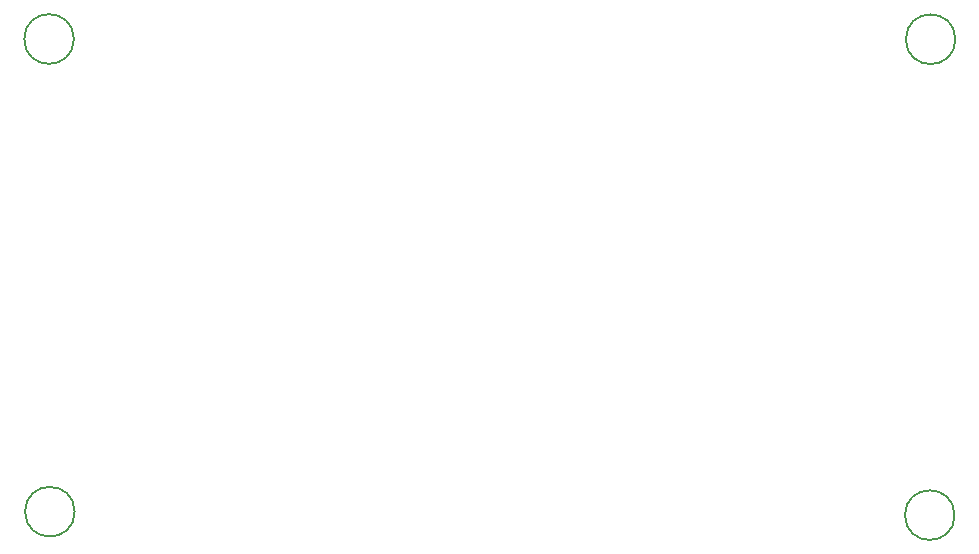
<source format=gbr>
%TF.GenerationSoftware,KiCad,Pcbnew,9.0.0*%
%TF.CreationDate,2025-03-31T14:23:32+05:30*%
%TF.ProjectId,Buck,4275636b-2e6b-4696-9361-645f70636258,rev?*%
%TF.SameCoordinates,Original*%
%TF.FileFunction,Other,Comment*%
%FSLAX46Y46*%
G04 Gerber Fmt 4.6, Leading zero omitted, Abs format (unit mm)*
G04 Created by KiCad (PCBNEW 9.0.0) date 2025-03-31 14:23:32*
%MOMM*%
%LPD*%
G01*
G04 APERTURE LIST*
%ADD10C,0.150000*%
G04 APERTURE END LIST*
D10*
%TO.C,H2*%
X200600000Y-102880000D02*
G75*
G02*
X196400000Y-102880000I-2100000J0D01*
G01*
X196400000Y-102880000D02*
G75*
G02*
X200600000Y-102880000I2100000J0D01*
G01*
%TO.C,H1*%
X125960000Y-102860000D02*
G75*
G02*
X121760000Y-102860000I-2100000J0D01*
G01*
X121760000Y-102860000D02*
G75*
G02*
X125960000Y-102860000I2100000J0D01*
G01*
%TO.C,H4*%
X126030000Y-142880000D02*
G75*
G02*
X121830000Y-142880000I-2100000J0D01*
G01*
X121830000Y-142880000D02*
G75*
G02*
X126030000Y-142880000I2100000J0D01*
G01*
%TO.C,H3*%
X200530000Y-143170000D02*
G75*
G02*
X196330000Y-143170000I-2100000J0D01*
G01*
X196330000Y-143170000D02*
G75*
G02*
X200530000Y-143170000I2100000J0D01*
G01*
%TD*%
M02*

</source>
